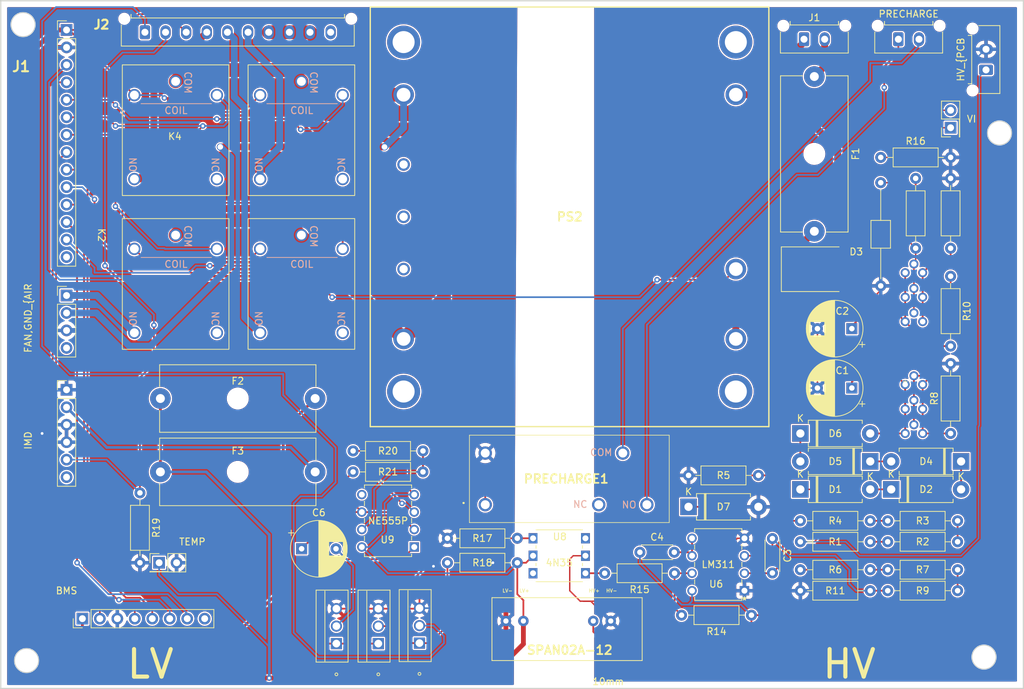
<source format=kicad_pcb>
(kicad_pcb (version 20211014) (generator pcbnew)
  (layers (0 "F.Cu" signal) (31 "B.Cu" signal) (34 "B.Paste" user) (35 "F.Paste" user) (36 "B.SilkS" user "B.Silkscreen") (37 "F.SilkS" user "F.Silkscreen") (38 "B.Mask" user) (39 "F.Mask" user) (44 "Edge.Cuts" user))
  (net 0 "")
  (net 1 "Net-(C6-Pad1)")
  (net 2 "Net-(R20-Pad1)")
  (net 3 "LV_{PACK}+")
  (net 4 "IMD_FAULT")
  (net 5 "GND_AIR")
  (net 6 "Net-(Q1-Pad1)")
  (net 7 "Net-(Q2-Pad1)")
  (net 8 "VI_LED-")
  (net 9 "HV_{PCB}-")
  (net 10 "Net-(R14-Pad2)")
  (net 11 "Net-(R15-Pad2)")
  (net 12 "Net-(C4-Pad1)")
  (net 13 "VI_LED+")
  (net 14 "Net-(R12-Pad1)")
  (net 15 "Net-(C3-Pad1)")
  (net 16 "Net-(C2-Pad1)")
  (net 17 "Net-(R10-Pad2)")
  (net 18 "Net-(R7-Pad2)")
  (net 19 "Net-(R6-Pad2)")
  (net 20 "Net-(C3-Pad2)")
  (net 21 "Net-(R3-Pad2)")
  (net 22 "Net-(R2-Pad2)")
  (net 23 "Net-(R1-Pad2)")
  (net 24 "HV_{PCB}+")
  (net 25 "Net-(D3-Pad1)")
  (net 26 "ON_{COOLING")
  (net 27 "Net-(D3-Pad2)")
  (net 28 "LV_{BATT_FAN}-")
  (net 32 "LV_{COOLING1}")
  (net 37 "Net-(C6-Pad2)")
  (net 38 "TSAL_RED")
  (net 40 "Net-(C1-Pad1)")
  (net 41 "Net-(C4-Pad2)")
  (net 42 "TSAL_GREEN")
  (net 44 "ON_{RAD_FAN}")
  (net 45 "LV_{FAN_R}+")
  (net 47 "LV_{FAN_L}+")
  (net 49 "ON_{BATT_FAN}")
  (net 50 "LV_{BATT_FAN}+")
  (net 52 "ON_{PUMP}")
  (net 53 "LV_{PUMP}+")
  (net 54 "PRECHARGE_DRIVE")
  (net 56 "RELAY_PRECHARGE")
  (net 57 "R_PRECHARGE")
  (net 58 "LV_{IMD}+")
  (net 59 "LV_{BMS}+")
  (net 60 "Net-(F1-Pad1)")
  (net 63 "Net-(D5-Pad2)")
  (net 64 "Net-(D4-Pad2)")
  (net 65 "Net-(D2-Pad2)")
  (net 66 "Net-(D1-Pad2)")
  (net 67 "BMS_FAULT")
  (net 68 "CAN_H_{BMS")
  (net 69 "CAN_L_{BMS")
  (net 70 "CHARGE_POWER")
  (net 71 "CHARGER_SAFETY")
  (footprint "Goolgle_Drive_Library:QHL300300S28" (layer "F.Cu") (at 180.614 79.726 180)
    (fp_text reference "PS2")
    (fp_text value "QHL300300S12" hide)
  )
  (footprint "Fuse:Fuseholder_Cylinder-5x20mm_Schurter_0031_8201_Horizontal_Open" (layer "F.Cu") (at 192.024 41.582 -90)
    (fp_text reference "F1")
    (fp_text value "SMCJ440A" hide)
  )
  (footprint "Goolgle_Drive_Library:LR8N3-G" (layer "F.Cu") (at 205.232 89.916)
    (fp_text reference "U2" hide)
    (fp_text value "LR8" hide)
  )
  (footprint "Diode_THT:D_DO-15_P10.16mm_Horizontal" (layer "F.Cu") (at 189.992 101.6)
    (fp_text reference "D1")
    (fp_text value "1N5349" hide)
  )
  (footprint "Resistor_THT:R_Axial_DIN0207_L6.3mm_D2.5mm_P10.16mm_Horizontal" (layer "F.Cu") (at 212.852 106.172 180)
    (fp_text reference "R3")
    (fp_text value "4.7M" hide)
  )
  (footprint "Connector_PinHeader_2.54mm:PinHeader_1x06_P2.54mm_Vertical" (layer "F.Cu") (at 83.312 87.122)
    (fp_text reference "IMD")
    (fp_text value "Conn_01x06_Male")
  )
  (footprint "Resistor_THT:R_Axial_DIN0207_L6.3mm_D2.5mm_P10.16mm_Horizontal" (layer "F.Cu") (at 189.992 113.284)
    (fp_text reference "R6")
    (fp_text value "4.7M")
  )
  (footprint "Resistor_THT:R_Axial_DIN0207_L6.3mm_D2.5mm_P10.16mm_Horizontal" (layer "F.Cu") (at 206.756 66.548 90)
    (fp_text reference "R13" hide)
    (fp_text value "12k" hide)
  )
  (footprint "Resistor_THT:R_Axial_DIN0207_L6.3mm_D2.5mm_P10.16mm_Horizontal" (layer "F.Cu") (at 201.676 53.34)
    (fp_text reference "R16")
    (fp_text value "1k")
  )
  (footprint "Connector_Molex:Molex_Micro-Fit_3.0_43650-0215_1x02_P3.00mm_Vertical" (layer "F.Cu") (at 190.524 36.161)
    (fp_text reference "J1")
    (fp_text value "Conn_01x02_Male" hide)
  )
  (footprint "Connector_PinHeader_2.54mm:PinHeader_1x08_P2.54mm_Vertical" (layer "F.Cu") (at 85.613 120.396 90)
    (fp_text reference "BMS")
    (fp_text value "Conn_01x08_Male")
  )
  (footprint "Resistor_THT:R_Axial_DIN0207_L6.3mm_D2.5mm_P10.16mm_Horizontal" (layer "F.Cu") (at 211.836 70.612 -90)
    (fp_text reference "R10")
    (fp_text value "4.7k")
  )
  (footprint "Connector_Molex:Molex_Micro-Fit_3.0_43650-0215_1x02_P3.00mm_Vertical" (layer "F.Cu") (at 216.985 40.616 90)
    (fp_text reference "HV_{PCB")
    (fp_text value "HV_{PCB" hide)
  )
  (footprint "Resistor_THT:R_Axial_DIN0207_L6.3mm_D2.5mm_P10.16mm_Horizontal" (layer "F.Cu") (at 182.88 119.888 180)
    (fp_text reference "R14")
    (fp_text value "10k")
  )
  (footprint "Resistor_THT:R_Axial_DIN0207_L6.3mm_D2.5mm_P10.16mm_Horizontal" (layer "F.Cu") (at 171.704 113.792 180)
    (fp_text reference "R15")
    (fp_text value "2k2")
  )
  (footprint "Connector_PinHeader_2.54mm:PinHeader_1x14_P2.54mm_Vertical" (layer "F.Cu") (at 83.312 34.808)
    (fp_text reference "J1")
    (fp_text value "Conn_01x14_Male")
  )
  (footprint "Goolgle_Drive_Library:LR8N3-G" (layer "F.Cu") (at 205.232 73.66)
    (fp_text reference "U5" hide)
    (fp_text value "LR8" hide)
  )
  (footprint "Resistor_THT:R_Axial_DIN0207_L6.3mm_D2.5mm_P10.16mm_Horizontal" (layer "F.Cu") (at 211.836 66.548 90)
    (fp_text reference "R12" hide)
    (fp_text value "18k" hide)
  )
  (footprint "Resistor_THT:R_Axial_DIN0207_L6.3mm_D2.5mm_P10.16mm_Horizontal" (layer "F.Cu") (at 212.852 116.332 180)
    (fp_text reference "R9")
    (fp_text value "4.7M")
  )
  (footprint "Resistor_THT:R_Axial_DIN0207_L6.3mm_D2.5mm_P10.16mm_Horizontal" (layer "F.Cu") (at 211.836 93.472 90)
    (fp_text reference "R8")
    (fp_text value "390k")
  )
  (footprint "Goolgle_Drive_Library:IRF640NPBF" (layer "F.Cu") (at 134.62 123.952 90)
    (fp_text reference "Q1" hide)
    (fp_text value "IRF640" hide)
  )
  (footprint "Diode_THT:D_DO-15_P10.16mm_Horizontal" (layer "F.Cu") (at 200.152 97.536 180)
    (fp_text reference "D5")
    (fp_text value "1N5349" hide)
  )
  (footprint "Resistor_THT:R_Axial_DIN0207_L6.3mm_D2.5mm_P10.16mm_Horizontal" (layer "F.Cu") (at 200.152 116.332 180)
    (fp_text reference "R11")
    (fp_text value "4.7M")
  )
  (footprint "Goolgle_Drive_Library:LR8N3-G" (layer "F.Cu") (at 205.232 77.216)
    (fp_text reference "U4" hide)
    (fp_text value "LR8" hide)
  )
  (footprint "Diode_THT:D_DO-15_P10.16mm_Horizontal" (layer "F.Cu") (at 213.36 97.536 180)
    (fp_text reference "D4")
    (fp_text value "1N5349" hide)
  )
  (footprint "Goolgle_Drive_Library:HR702" (layer "F.Cu") (at 90.8926 39.3572 -90)
    (fp_text reference "K4")
    (fp_text value "LV_BATT_FAN")
  )
  (footprint "Goolgle_Drive_Library:LR8N3-G" (layer "F.Cu") (at 205.232 86.36)
    (fp_text reference "U3" hide)
    (fp_text value "LR8" hide)
  )
  (footprint "Capacitor_THT:CP_Radial_D8.0mm_P5.00mm" (layer "F.Cu") (at 197.474651 78.232 180)
    (fp_text reference "C2")
    (fp_text value "2.2uF" hide)
  )
  (footprint "Capacitor_THT:CP_Radial_D8.0mm_P5.00mm" (layer "F.Cu") (at 197.474651 86.868 180)
    (fp_text reference "C1")
    (fp_text value "2.2uF")
  )
  (footprint "Capacitor_THT:C_Disc_D4.3mm_W1.9mm_P5.00mm" (layer "F.Cu") (at 166.664 110.744)
    (fp_text reference "C4")
    (fp_text value "1uF")
  )
  (footprint "Goolgle_Drive_Library:HR702" (layer "F.Cu") (at 90.8926 61.7092 -90)
    (fp_text reference "K2")
    (fp_text value "FAN_R")
  )
  (footprint "Diode_SMD:D_SMC" (layer "F.Cu") (at 192.024 69.596)
    (fp_text reference "D3")
    (fp_text value "TVS")
  )
  (footprint "Capacitor_THT:CP_Radial_D8.0mm_P5.00mm" (layer "F.Cu") (at 117.485349 110.236)
    (fp_text reference "C6")
    (fp_text value "1uF")
  )
  (footprint "Goolgle_Drive_Library:NE555P" (layer "F.Cu") (at 133.858 109.982 180)
    (fp_text reference "U9")
    (fp_text value "NE555P")
  )
  (footprint "Connector_Molex:Molex_Micro-Fit_3.0_43650-1015_1x10_P3.00mm_Vertical" (layer "F.Cu") (at 94.704 35.145)
    (fp_text reference "J2")
    (fp_text value "Conn_01x10_Male")
  )
  (footprint "Resistor_THT:R_Axial_DIN0207_L6.3mm_D2.5mm_P10.16mm_Horizontal" (layer "F.Cu") (at 148.844 112.268 180)
    (fp_text reference "R18")
    (fp_text value "10k")
  )
  (footprint "Goolgle_Drive_Library:HR702" (layer "F.Cu") (at 109.1806 39.3572 -90)
    (fp_text reference "K1" hide)
    (fp_text value "PUMP")
  )
  (footprint "Resistor_THT:R_Axial_DIN0207_L6.3mm_D2.5mm_P10.16mm_Horizontal" (layer "F.Cu") (at 200.152 106.172 180)
    (fp_text reference "R4")
    (fp_text value "4.7M" hide)
  )
  (footprint "Connector_PinHeader_2.54mm:PinHeader_1x04_P2.54mm_Vertical" (layer "F.Cu") (at 83.312 73.416)
    (fp_text reference "FAN,GND_{AIR")
    (fp_text value "Conn_01x04_Male")
  )
  (footprint "Goolgle_Drive_Library:G2RL112DC" (layer "F.Cu") (at 144.181 103.826)
    (fp_text reference "PRECHARGE1")
    (fp_text value "G2RL-1_12DC" hide)
  )
  (footprint "Goolgle_Drive_Library:4N35" (layer "F.Cu") (at 158.75 113.792 180)
    (fp_text reference "U8")
    (fp_text value "4N35")
  )
  (footprint "Fuse:Fuseholder_Cylinder-5x20mm_Schurter_0031_8201_Horizontal_Open" (layer "F.Cu") (at 96.954 99.06)
    (fp_text reference "F3")
    (fp_text value "3A Fuse")
  )
  (footprint "Goolgle_Drive_Library:SPAN02A12" (layer "F.Cu") (at 145.1036 122.2502)
    (fp_text reference "PS1" hide)
    (fp_text value "SPAN02A-12")
  )
  (footprint "Capacitor_THT:C_Axial_L3.8mm_D2.6mm_P15.00mm_Horizontal" (layer "F.Cu") (at 201.676 57.016 -90)
    (fp_text reference "C5" hide)
    (fp_text value "1uF" hide)
  )
  (footprint "Diode_THT:D_DO-15_P10.16mm_Horizontal" (layer "F.Cu") (at 189.992 93.472)
    (fp_text reference "D6")
    (fp_text value "1N5349" hide)
  )
  (footprint "Resistor_THT:R_Axial_DIN0207_L6.3mm_D2.5mm_P10.16mm_Horizontal" (layer "F.Cu") (at 202.692 113.284)
    (fp_text reference "R7")
    (fp_text value "4.7M")
  )
  (footprint "Goolgle_Drive_Library:IRF640NPBF" (layer "F.Cu") (at 122.5423 124.0234 90)
    (fp_text reference "Q3" hide)
    (fp_text value "IRF640" hide)
  )
  (footprint "Resistor_THT:R_Axial_DIN0207_L6.3mm_D2.5mm_P10.16mm_Horizontal" (layer "F.Cu") (at 189.992 109.22)
    (fp_text reference "R1")
    (fp_text value "4.7M")
  )
  (footprint "Resistor_THT:R_Axial_DIN0207_L6.3mm_D2.5mm_P10.16mm_Horizontal" (layer "F.Cu") (at 202.692 109.22)
    (fp_text reference "R2")
    (fp_text value "4.7M")
  )
  (footprint "Resistor_THT:R_Axial_DIN0207_L6.3mm_D2.5mm_P10.16mm_Horizontal" (layer "F.Cu") (at 124.968 99.06)
    (fp_text reference "R21")
    (fp_text value "240k")
  )
  (footprint "Resistor_THT:R_Axial_DIN0207_L6.3mm_D2.5mm_P10.16mm_Horizontal" (layer "F.Cu") (at 183.896 99.568 180)
    (fp_text reference "R5")
    (fp_text value "1M")
  )
  (footprint "Resistor_THT:R_Axial_DIN0207_L6.3mm_D2.5mm_P10.16mm_Horizontal" (layer "F.Cu") (at 93.98 102.108 -90)
    (fp_text reference "R19")
    (fp_text value "2k2")
  )
  (footprint "Goolgle_Drive_Library:HR702" (layer "F.Cu") (at 109.1806 61.7092 -90)
    (fp_text reference "K3" hide)
    (fp_text value "FAN_L")
  )
  (footprint "Goolgle_Drive_Library:IRF640NPBF" (layer "F.Cu") (at 128.6383 124.0234 90)
    (fp_text reference "Q2" hide)
    (fp_text value "IRF640" hide)
  )
  (footprint "Connector_PinHeader_2.54mm:PinHeader_2x01_P2.54mm_Vertical" (layer "F.Cu") (at 211.836 49.027 90)
    (fp_text reference "VI1" hide)
    (fp_text value "Conn_01x02_Male" hide)
  )
  (footprint "Diode_THT:D_DO-15_P10.16mm_Horizontal" (layer "F.Cu") (at 173.736 104.14)
    (fp_text reference "D7")
    (fp_text value "1N5349")
  )
  (footprint "Diode_THT:D_DO-15_P10.16mm_Horizontal" (layer "F.Cu") (at 203.2 101.6)
    (fp_text reference "D2")
    (fp_text value "1N5349" hide)
  )
  (footprint "Connector_PinHeader_2.54mm:PinHeader_2x01_P2.54mm_Vertical" (layer "F.Cu") (at 96.769 112.268)
    (fp_text reference "TEMP")
    (fp_text value "Conn_01x02_Male")
  )
  (footprint "Connector_Molex:Molex_Micro-Fit_3.0_43650-0215_1x02_P3.00mm_Vertical" (layer "F.Cu") (at 204.24 36.161)
    (fp_text reference "PRECHARGE")
    (fp_text value "Conn_01x02_Male" hide)
  )
  (footprint "Goolgle_Drive_Library:LM311P" (layer "F.Cu") (at 181.864 116.332 180)
    (fp_text reference "U6")
    (fp_text value "LM311")
  )
  (footprint "Goolgle_Drive_Library:LR8N3-G" (layer "F.Cu") (at 205.232 93.472)
    (fp_text reference "U1" hide)
    (fp_text value "LR8" hide)
  )
  (footprint "Goolgle_Drive_Library:LR8N3-G" (layer "F.Cu") (at 205.232 70.104)
    (fp_text reference "U7" hide)
    (fp_text value "LR8" hide)
  )
  (footprint "Capacitor_THT:C_Disc_D4.3mm_W1.9mm_P5.00mm" (layer "F.Cu") (at 185.928 108.752 -90)
    (fp_text reference "C3")
    (fp_text value "1nF")
  )
  (footprint "Resistor_THT:R_Axial_DIN0207_L6.3mm_D2.5mm_P10.16mm_Horizontal" (layer "F.Cu") (at 135.128 96.012 180)
    (fp_text reference "R20")
    (fp_text value "240k")
  )
  (footprint "Resistor_THT:R_Axial_DIN0207_L6.3mm_D2.5mm_P10.16mm_Horizontal" (layer "F.Cu") (at 138.684 108.712)
    (fp_text reference "R17")
    (fp_text value "100k")
  )
  (footprint "Fuse:Fuseholder_Cylinder-5x20mm_Schurter_0031_8201_Horizontal_Open" (layer "F.Cu") (at 96.954 88.392)
    (fp_text reference "F2")
    (fp_text value "1A Fuse")
  )
  (gr_circle (center 76.99 34.036) (end 78.74 34.036) (layer "Edge.Cuts") (width 0.15) (fill none))
  (gr_circle (center 218.948 49.784) (end 220.698 49.784) (layer "Edge.Cuts") (width 0.15) (fill none))
  (gr_rect (start 73.736 30.556) (end 222.428 130.556) (layer "Edge.Cuts") (width 0.2) (fill none))
  (gr_circle (center 216.69 125.984) (end 218.44 125.984) (layer "Edge.Cuts") (width 0.15) (fill none))
  (gr_circle (center 77.498 126.492) (end 79.248 126.492) (layer "Edge.Cuts") (width 0.15) (fill none))
  (gr_text "LV" (at 95.504 127) (layer "F.SilkS") (effects (font (size 4 4) (thickness 0.6))))
  (gr_text "HV" (at 197.104 127) (layer "F.SilkS") (effects (font (size 4 4) (thickness 0.6))))
  (gr_text "10mm" (at 162.052 129.54) (layer "F.SilkS") (effects (font (size 1 1))))
  (segment (start 122.819349 104.902) (end 126.238 104.902) (width 0.25) (layer "F.Cu") (net 1))
  (segment (start 123.952 100.076) (end 123.952 102.616) (width 0.25) (layer "F.Cu") (net 1))
  (segment (start 126.238 104.902) (end 131.318 104.902) (width 0.25) (layer "F.Cu") (net 1))
  (segment (start 124.968 99.06) (end 123.952 100.076) (width 0.25) (layer "F.Cu") (net 1))
  (segment (start 123.952 102.616) (end 126.238 104.902) (width 0.25) (layer "F.Cu") (net 1))
  (segment (start 131.318 104.902) (end 133.858 107.442) (width 0.25) (layer "F.Cu") (net 1))
  (segment (start 117.485349 110.236) (end 122.819349 104.902) (width 0.25) (layer "F.Cu") (net 1))
  (segment (start 135.128 96.012) (end 135.128 99.06) (width 0.25) (layer "F.Cu") (net 2))
  (segment (start 128.016 101.6) (end 130.556 99.06) (width 0.25) (layer "B.Cu") (net 2))
  (segment (start 126.238 107.442) (end 128.016 105.664) (width 0.25) (layer "B.Cu") (net 2))
  (segment (start 128.016 105.664) (end 128.016 101.6) (width 0.25) (layer "B.Cu") (net 2))
  (segment (start 130.556 99.06) (end 135.128 99.06) (width 0.25) (layer "B.Cu") (net 2))
  (segment (start 112.776 129.032) (end 85.344 129.032) (width 0.7) (layer "F.Cu") (net 3))
  (segment (start 96.954 88.392) (end 96.954 99.06) (width 0.4) (layer "F.Cu") (net 3))
  (segment (start 111.4554 66.6368) (end 110.0202 68.072) (width 0.25) (layer "F.Cu") (net 3))
  (segment (start 100.704 35.145) (end 100.677 35.145) (width 0.25) (layer "F.Cu") (net 3))
  (segment (start 132.588 96.012) (end 133.096 96.52) (width 0.25) (layer "F.Cu") (net 3))
  (segment (start 94.488 67.9574) (end 93.1674 66.6368) (width 0.25) (layer "F.Cu") (net 3))
  (segment (start 98.044 45.72) (end 98.044 44.704) (width 0.25) (layer "F.Cu") (net 3))
  (segment (start 93.804679 32.512) (end 91.508679 34.808) (width 0.25) (layer "F.Cu") (net 3))
  (segment (start 148.844 112.268) (end 150.114 112.268) (width 0.25) (layer "F.Cu") (net 3))
  (segment (start 98.044 32.512) (end 93.804679 32.512) (width 0.25) (layer "F.Cu") (net 3))
  (segment (start 110.0202 68.072) (end 94.488 68.072) (width 0.25) (layer "F.Cu") (net 3))
  (segment (start 149.7264 120.736) (end 149.7264 124.0856) (width 0.7) (layer "F.Cu") (net 3))
  (segment (start 81.524 34.808) (end 83.312 34.808) (width 0.7) (layer "F.Cu") (net 3))
  (segment (start 109.0042 46.736) (end 99.06 46.736) (width 0.25) (layer "F.Cu") (net 3))
  (segment (start 78.74 122.428) (end 78.74 37.592) (width 0.7) (layer "F.Cu") (net 3))
  (segment (start 111.4554 44.2848) (end 109.0042 46.736) (width 0.25) (layer "F.Cu") (net 3))
  (segment (start 100.677 35.145) (end 98.044 32.512) (width 0.25) (layer "F.Cu") (net 3))
  (segment (start 149.7264 120.736) (end 149.7264 117.7224) (width 0.25) (layer "F.Cu") (net 3))
  (segment (start 91.44 64.9094) (end 93.1674 66.6368) (width 0.25) (layer "F.Cu") (net 3))
  (segment (start 85.344 129.032) (end 78.74 122.428) (width 0.7) (layer "F.Cu") (net 3))
  (segment (start 93.1674 44.2848) (end 91.44 46.0122) (width 0.25) (layer "F.Cu") (net 3))
  (segment (start 83.6906 34.808) (end 93.1674 44.2848) (width 0.25) (layer "F.Cu") (net 3))
  (segment (start 133.096 101.6) (end 133.858 102.362) (width 0.25) (layer "F.Cu") (net 3))
  (segment (start 94.488 68.072) (end 94.488 67.9574) (width 0.25) (layer "F.Cu") (net 3))
  (segment (start 149.7264 124.0856) (end 144.78 129.032) (width 0.7) (layer "F.Cu") (net 3))
  (segment (start 149.7264 117.7224) (end 148.844 116.84) (width 0.25) (layer "F.Cu") (net 3))
  (segment (start 91.508679 34.808) (end 83.312 34.808) (width 0.25) (layer "F.Cu") (net 3))
  (segment (start 83.312 34.808) (end 83.6906 34.808) (width 0.25) (layer "F.Cu") (net 3))
  (segment (start 124.968 96.012) (end 132.588 96.012) (width 0.25) (layer "F.Cu") (net 3))
  (segment (start 148.844 116.84) (end 148.844 112.268) (width 0.25) (layer "F.Cu") (net 3))
  (segment (start 144.78 129.032) (end 112.776 129.032) (width 0.7) (layer "F.Cu") (net 3))
  (segment (start 91.44 46.0122) (end 91.44 64.9094) (width 0.25) (layer "F.Cu") (net 3))
  (segment (start 78.74 37.592) (end 81.524 34.808) (width 0.7) (layer "F.Cu") (net 3))
  (segment (start 133.096 96.52) (end 133.096 101.6) (width 0.25) (layer "F.Cu") (net 3))
  (segment (start 150.114 112.268) (end 151.13 111.252) (width 0.25) (layer "F.Cu") (net 3))
  (segment (start 99.06 46.736) (end 98.044 45.72) (width 0.25) (layer "F.Cu") (net 3))
  (segment (start 98.044 44.704) (end 97.536 44.704) (width 0.25) (layer "F.Cu") (net 3))
  (via (at 97.536 44.704) (size 0.8) (drill 0.4) (layers "F.Cu" "B.Cu") (net 3))
  (via (at 112.776 129.032) (size 0.8) (drill 0.4) (layers "F.Cu" "B.Cu") (net 3))
  (segment (start 129.54 107.696) (end 127.254 109.982) (width 0.25) (layer "B.Cu") (net 3))
  (segment (start 97.536 44.704) (end 97.1168 44.2848) (width 0.25) (layer "B.Cu") (net 3))
  (segment (start 127.254 109.982) (end 126.238 109.982) (width 0.25) (layer "B.Cu") (net 3))
  (segment (start 99.568 116.84) (end 105.156 116.84) (width 0.25) (layer "B.Cu") (net 3))
  (segment (start 126.238 109.982) (end 130.048 113.792) (width 0.25) (layer "B.Cu") (net 3))
  (segment (start 133.858 102.362) (end 130.81 102.362) (width 0.25) (layer "B.Cu") (net 3))
  (segment (start 103.632 99.06) (end 112.776 108.204) (width 0.4) (layer "B.Cu") (net 3))
  (segment (start 129.54 103.632) (end 129.54 107.696) (width 0.25) (layer "B.Cu") (net 3))
  (segment (start 96.954 99.06) (end 103.632 99.06) (width 0.4) (layer "B.Cu") (net 3))
  (segment (start 130.81 102.362) (end 129.54 103.632) (width 0.25) (layer "B.Cu") (net 3))
  (segment (start 96.769 112.268) (end 96.769 114.041) (width 0.25) (layer "B.Cu") (net 3))
  (segment (start 130.048 113.792) (end 147.32 113.792) (width 0.25) (layer "B.Cu") (net 3))
  (segment (start 147.32 113.792) (end 148.844 112.268) (width 0.25) (layer "B.Cu") (net 3))
  (segment (start 97.1168 44.2848) (end 93.1674 44.2848) (width 0.25) (layer "B.Cu") (net 3))
  (segment (start 105.156 116.84) (end 112.776 124.46) (width 0.25) (layer "B.Cu") (net 3))
  (segment (start 96.769 114.041) (end 99.568 116.84) (width 0.25) (layer "B.Cu") (net 3))
  (segment (start 112.776 124.46) (end 112.776 129.032) (width 0.25) (layer "B.Cu") (net 3))
  (segment (start 112.776 108.204) (end 112.776 129.032) (width 0.4) (layer "B.Cu") (net 3))
  (segment (start 93.98 85.344) (end 93.98 102.108) (width 0.25) (layer "F.Cu") (net 4))
  (segment (start 96.012 77.724) (end 96.012 83.312) (width 0.25) (layer "F.Cu") (net 4))
  (segment (start 96.012 83.312) (end 93.98 85.344) (width 0.25) (layer "F.Cu") (net 4))
  (via (at 96.012 77.724) (size 0.8) (drill 0.4) (layers "F.Cu" "B.Cu") (net 4))
  (segment (start 82.296 71.12) (end 87.376 71.12) (width 0.25) (layer "B.Cu") (net 4))
  (segment (start 80.772 69.596) (end 81.788 70.612) (width 0.25) (layer "B.Cu") (net 4))
  (segment (start 83.312 97.282) (end 89.154 97.282) (width 0.25) (layer "B.Cu") (net 4))
  (segment (start 89.154 97.282) (end 93.98 102.108) (width 0.25) (layer "B.Cu") (net 4))
  (segment (start 87.376 71.12) (end 90.932 71.12) (width 0.25) (layer "B.Cu") (net 4))
  (segment (start 83.312 39.888) (end 80.772 42.428) (width 0.25) (layer "B.Cu") (net 4))
  (segment (start 81.788 70.612) (end 82.296 71.12) (width 0.25) (layer "B.Cu") (net 4))
  (segment (start 80.772 42.672) (end 80.772 69.596) (width 0.25) (layer "B.Cu") (net 4))
  (segment (start 96.012 76.2) (end 96.012 77.724) (width 0.25) (layer "B.Cu") (net 4))
  (segment (start 90.932 71.12) (end 96.012 76.2) (width 0.25) (layer "B.Cu") (net 4))
  (segment (start 80.772 42.428) (end 80.772 42.672) (width 0.25) (layer "B.Cu") (net 4))
  (segment (start 79.756 121.92) (end 85.852 128.016) (width 0.7) (layer "F.Cu") (net 5))
  (segment (start 79.756 93.472) (end 79.756 121.92) (width 0.7) (layer "F.Cu") (net 5))
  (segment (start 134.62 114.816598) (end 134.62 118.872) (width 0.25) (layer "F.Cu") (net 5))
  (segment (start 128.6383 118.9434) (end 134.5486 118.9434) (width 0.25) (layer "F.Cu") (net 5))
  (segment (start 79.756 39.116) (end 81.524 37.348) (width 0.7) (layer "F.Cu") (net 5))
  (segment (start 134.5486 118.9434) (end 134.62 118.872) (width 0.25) (layer "F.Cu") (net 5))
  (segment (start 147.1864 125.1016) (end 147.1864 120.736) (width 0.7) (layer "F.Cu") (net 5))
  (segment (start 144.272 128.016) (end 147.1864 125.1016) (width 0.7) (layer "F.Cu") (net 5))
  (segment (start 147.1864 114.1664) (end 147.1864 120.736) (width 0.7) (layer "F.Cu") (net 5))
  (segment (start 145.288 112.268) (end 147.1864 114.1664) (width 0.7) (layer "F.Cu") (net 5))
  (segment (start 85.852 128.016) (end 144.272 128.016) (width 0.7) (layer "F.Cu") (net 5))
  (segment (start 136.656299 112.780299) (end 134.62 114.816598) (width 0.25) (layer "F.Cu") (net 5))
  (segment (start 128.6383 118.9434) (end 122.5423 118.9434) (width 0.25) (layer "F.Cu") (net 5))
  (segment (start 79.756 93.472) (end 79.756 39.116) (width 0.7) (layer "F.Cu") (net 5))
  (segment (start 81.524 37.348) (end 83.312 37.348) (width 0.7) (layer "F.Cu") (net 5))
  (via (at 145.288 112.268) (size 0.8) (drill 0.4) (layers "F.Cu" "B.Cu") (net 5))
  (via (at 136.656299 112.780299) (size 0.8) (drill 0.4) (layers "F.Cu" "B.Cu") (net 5))
  (via (at 79.756 93.472) (size 0.8) (drill 0.4) (layers "F.Cu" "B.Cu") (net 5))
  (segment (start 141.224 99.568) (end 141.224 99.283) (width 0.7) (layer "B.Cu") (net 5))
  (segment (start 83.312 87.122) (end 81.534 87.122) (width 0.25) (layer "B.Cu") (net 5))
  (segment (start 135.128 93.472) (end 141.224 99.568) (width 0.7) (layer "B.Cu") (net 5))
  (segment (start 81.534 87.122) (end 79.756 88.9) (width 0.25) (layer "B.Cu") (net 5))
  (segment (start 141.224 108.204) (end 145.288 112.268) (width 0.7) (layer "B.Cu") (net 5))
  (segment (start 98.552 110.236) (end 99.309 110.993) (width 0.25) (layer "B.Cu") (net 5))
  (segment (start 79.756 88.9) (end 79.756 93.472) (width 0.25) (layer "B.Cu") (net 5))
  (segment (start 129.032 93.472) (end 134.1783 93.472) (width 0.7) (layer "B.Cu") (net 5))
  (segment (start 81.026 92.202) (end 83.312 92.202) (width 0.25) (layer "B.Cu") (net 5))
  (segment (start 83.312 120.396) (end 83.312 111.252) (width 0.25) (layer "B.Cu") (net 5))
  (segment (start 118.364 82.804) (end 129.032 93.472) (width 0.7) (layer "B.Cu") (net 5))
  (segment (start 99.309 110.993) (end 99.309 112.268) (width 0.25) (layer "B.Cu") (net 5))
  (segment (start 85.852 122.936) (end 83.312 120.396) (width 0.25) (layer "B.Cu") (net 5))
  (segment (start 83.312 78.496) (end 87.132 78.496) (width 0.7) (layer "B.Cu") (net 5))
  (segment (start 89.916 122.936) (end 85.852 122.936) (width 0.25) (layer "B.Cu") (net 5))
  (segment (start 145.3224 118.872) (end 147.1864 120.736) (width 0.25) (layer "B.Cu") (net 5))
  (segment (start 83.312 111.252) (end 85.598 108.966) (width 0.25) (layer "B.Cu") (net 5))
  (segment (start 136.652 112.776) (end 136.656299 112.780299) (width 0.25) (layer "B.Cu") (net 5))
  (segment (start 137.16 110.236) (end 136.652 110.744) (width 0.25) (layer "B.Cu") (net 5))
  (segment (start 141.224 99.283) (end 144.181 96.326) (width 0.7) (layer "B.Cu") (net 5))
  (segment (start 91.44 82.804) (end 118.364 82.804) (width 0.7) (layer "B.Cu") (net 5))
  (segment (start 134.1783 93.472) (end 135.128 93.472) (width 0.7) (layer "B.Cu") (net 5))
  (segment (start 136.652 110.744) (end 136.652 112.776) (width 0.25) (layer "B.Cu") (net 5))
  (segment (start 79.756 103.124) (end 79.756 93.472) (width 0.25) (layer "B.Cu") (net 5))
  (segment (start 141.224 99.568) (end 141.224 108.204) (width 0.7) (layer "B.Cu") (net 5))
  (segment (start 93.98 112.268) (end 93.98 110.236) (width 0.25) (layer "B.Cu") (net 5))
  (segment (start 81.026 94.742) (end 79.756 93.472) (width 0.25) (layer "B.Cu") (net 5))
  (segment (start 93.98 112.268) (end 88.9 112.268) (width 0.25) (layer "B.Cu") (net 5))
  (segment (start 138.684 108.712) (end 137.16 110.236) (width 0.25) (layer "B.Cu") (net 5))
  (segment (start 79.756 93.472) (end 81.026 92.202) (width 0.25) (layer "B.Cu") (net 5))
  (segment (start 85.598 108.966) (end 79.756 103.124) (width 0.25) (layer "B.Cu") (net 5))
  (segment (start 93.98 110.236) (end 98.552 110.236) (width 0.25) (layer "B.Cu") (net 5))
  (segment (start 88.9 112.268) (end 85.598 108.966) (width 0.25) (layer "B.Cu") (net 5))
  (segment (start 134.62 118.872) (end 145.3224 118.872) (width 0.25) (layer "B.Cu") (net 5))
  (segment (start 83.312 94.742) (end 81.026 94.742) (width 0.25) (layer "B.Cu") (net 5))
  (segment (start 90.693 120.396) (end 90.693 122.159) (width 0.25) (layer "B.Cu") (net 5))
  (segment (start 90.693 122.159) (end 89.916 122.936) (width 0.25) (layer "B.Cu") (net 5))
  (segment (start 87.132 78.496) (end 91.44 82.804) (width 0.7) (layer "B.Cu") (net 5))
  (segment (start 138.684 112.268) (end 138.684 121.412) (width 0.25) (layer "F.Cu") (net 6))
  (segment (start 133.604 123.952) (end 131.1354 121.4834) (width 0.25) (layer "F.Cu") (net 6))
  (segment (start 131.1354 121.4834) (end 128.6383 121.4834) (width 0.25) (layer "F.Cu") (net 6))
  (segment (start 136.144 123.952) (end 134.62 123.952) (width 0.25) (layer "F.Cu") (net 6))
  (segment (start 134.62 123.952) (end 133.604 123.952) (width 0.25) (layer "F.Cu") (net 6))
  (segment (start 138.684 121.412) (end 136.144 123.952) (width 0.25) (layer "F.Cu") (net 6))
  (segment (start 148.844 108.712) (end 143.764 108.712) (width 0.25) (layer "F.Cu") (net 7))
  (segment (start 137.668 110.744) (end 132.08 116.332) (width 0.25) (layer "F.Cu") (net 7))
  (segment (start 141.732 110.744) (end 137.668 110.744) (width 0.25) (layer "F.Cu") (net 7))
  (segment (start 143.764 108.712) (end 141.732 110.744) (width 0.25) (layer "F.Cu") (net 7))
  (segment (start 119.888 122.428) (end 121.4834 124.0234) (width 0.25) (layer "F.Cu") (net 7))
  (segment (start 121.412 116.332) (end 119.888 117.856) (width 0.25) (layer "F.Cu") (net 7))
  (segment (start 128.6383 124.0234) (end 122.5423 124.0234) (width 0.25) (layer "F.Cu") (net 7))
  (segment (start 121.4834 124.0234) (end 122.5423 124.0234) (width 0.25) (layer "F.Cu") (net 7))
  (segment (start 148.844 108.712) (end 151.13 108.712) (width 0.25) (layer "F.Cu") (net 7))
  (segment (start 132.08 116.332) (end 121.412 116.332) (width 0.25) (layer "F.Cu") (net 7))
  (segment (start 119.888 117.856) (end 119.888 122.428) (width 0.25) (layer "F.Cu") (net 7))
  (segment (start 209.296 47.752) (end 209.296 52.324) (width 0.2) (layer "F.Cu") (net 8))
  (segment (start 211.836 46.487) (end 210.561 46.487) (width 0.2) (layer "F.Cu") (net 8))
  (segment (start 209.296 52.324) (end 208.28 53.34) (width 0.2) (layer "F.Cu") (net 8))
  (segment (start 210.561 46.487) (end 209.296 47.752) (width 0.2) (layer "F.Cu") (net 8))
  (segment (start 208.28 53.34) (end 201.676 53.34) (width 0.2) (layer "F.Cu") (net 8))
  (segment (start 159.512 117.856) (end 158.496 117.856) (width 0.2) (layer "F.Cu") (net 9))
  (segment (start 170.688 120.904) (end 171.704 121.92) (width 0.2) (layer "F.Cu") (net 9))
  (segment (start 156.464 116.332) (end 157.988 117.856) (width 0.2) (layer "F.Cu") (net 9))
  (segment (start 156.464 111.76) (end 156.464 116.332) (width 0.2) (layer "F.Cu") (net 9))
  (segment (start 162.4264 120.7704) (end 159.512 117.856) (width 0.2) (layer "F.Cu") (net 9))
  (segment (start 179.832 115.316) (end 180.848 116.332) (width 0.2) (layer "F.Cu") (net 9))
  (segment (start 183.896 105.664) (end 183.896 104.14) (width 0.2) (layer "F.Cu") (net 9))
  (segment (start 158.75 111.252) (end 156.972 111.252) (width 0.2) (layer "F.Cu") (net 9))
  (segment (start 200.66 73.66) (end 201.676 72.644) (width 0.2) (layer "F.Cu") (net 9))
  (segment (start 172.72 106.68) (end 182.88 106.68) (width 0.2) (layer "F.Cu") (net 9))
  (segment (start 171.704 105.664) (end 172.72 106.68) (width 0.2) (layer "F.Cu") (net 9))
  (segment (start 192.474651 78.232) (end 192.474651 86.868) (width 0.2) (layer "F.Cu") (net 9))
  (segment (start 157.988 117.856) (end 158.496 117.856) (width 0.2) (layer "F.Cu") (net 9))
  (segment (start 158.496 117.856) (end 170.18 117.856) (width 0.2) (layer "F.Cu") (net 9))
  (segment (start 182.88 106.68) (end 183.896 105.664) (width 0.2) (layer "F.Cu") (net 9))
  (segment (start 179.832 109.728) (end 179.832 115.316) (width 0.2) (layer "F.Cu") (net 9))
  (segment (start 180.848 116.332) (end 181.864 116.332) (width 0.2) (layer "F.Cu") (net 9))
  (segment (start 156.972 111.252) (end 156.464 111.76) (width 0.2) (layer "F.Cu") (net 9))
  (segment (start 172.212 99.568) (end 171.704 100.076) (width 0.2) (layer "F.Cu") (net 9))
  (segment (start 181.864 108.712) (end 180.848 108.712) (width 0.2) (layer "F.Cu") (net 9))
  (segment (start 173.736 99.568) (end 172.212 99.568) (width 0.2) (layer "F.Cu") (net 9))
  (segment (start 171.704 100.076) (end 171.704 105.664) (width 0.2) (layer "F.Cu") (net 9))
  (segment (start 170.18 117.856) (end 170.688 118.364) (width 0.2) (layer "F.Cu") (net 9))
  (segment (start 211.836 53.34) (end 211.836 56.388) (width 0.2) (layer "F.Cu") (net 9))
  (segment (start 182.88 106.68) (end 182.88 107.696) (width 0.2) (layer "F.Cu") (net 9))
  (segment (start 171.704 121.92) (end 175.26 121.92) (width 0.2) (layer "F.Cu") (net 9))
  (segment (start 182.88 107.696) (end 181.864 108.712) (width 0.2) (layer "F.Cu") (net 9))
  (segment (start 181.864 116.332) (end 189.992 116.332) (width 0.2) (layer "F.Cu") (net 9))
  (segment (start 201.676 72.644) (end 201.676 72.016) (width 0.2) (layer "F.Cu") (net 9))
  (segment (start 162.4264 120.736) (end 162.4264 120.7704) (width 0.2) (layer "F.Cu") (net 9))
  (segment (start 180.848 108.712) (end 179.832 109.728) (width 0.2) (layer "F.Cu") (net 9))
  (segment (start 170.688 119.888) (end 170.688 120.904) (width 0.2) (layer "F.Cu") (net 9))
  (segment (start 175.26 121.92) (end 180.848 116.332) (width 0.2) (layer "F.Cu") (net 9))
  (segment (start 197.046651 73.66) (end 200.66 73.66) (width 0.2) (layer "F.Cu") (net 9))
  (segment (start 170.688 118.364) (end 170.688 119.888) (width 0.2) (layer "F.Cu") (net 9))
  (segment (start 192.474651 78.232) (end 197.046651 73.66) (width 0.2) (layer "F.Cu") (net 9))
  (segment (start 209.296 45.212) (end 216.892 37.616) (width 0.2) (layer "B.Cu") (net 9))
  (segment (start 175.26 96.012) (end 184.912 96.012) (width 0.2) (layer "B.Cu") (net 9))
  (segment (start 211.836 56.388) (end 211.836 60.96) (width 0.2) (layer "B.Cu") (net 9))
  (segment (start 201.676 66.04) (end 201.676 72.016) (width 0.2) (layer "B.Cu") (net 9))
  (segment (start 201.676 72.016) (end 201.676 77.216) (width 0.2) (layer "B.Cu") (net 9))
  (segment (start 203.708 64.008) (end 201.676 66.04) (width 0.2) (layer "B.Cu") (net 9))
  (segment (start 184.912 96.012) (end 185.928 94.996) (width 0.2) (layer "B.Cu") (net 9))
  (segment (start 206.248 45.212) (end 209.296 45.212) (width 0.2) (layer "B.Cu") (net 9))
  (segment (start 185.928 104.14) (end 183.896 104.14) (width 0.2) (layer "B.Cu") (net 9))
  (segment (start 190.5 81.28) (end 194.056 81.28) (width 0.2) (layer "B.Cu") (net 9))
  (segment (start 173.736 97.536) (end 175.26 96.012) (width 0.2) (layer "B.Cu") (net 9))
  (segment (start 201.676 77.216) (end 207.772 83.312) (width 0.2) (layer "B.Cu") (net 9))
  (segment (start 208.788 64.008) (end 203.708 64.008) (width 0.2) (layer "B.Cu") (net 9))
  (segment (start 185.928 94.996) (end 185.928 85.852) (width 0.2) (layer "B.Cu") (net 9))
  (segment (start 211.836 60.96) (end 208.788 64.008) (width 0.2) (layer "B.Cu") (net 9))
  (segment (start 199.644 70.612) (end 199.644 51.816) (width 0.2) (layer "B.Cu") (net 9))
  (segment (start 194.564 80.772) (end 194.564 74.676) (width 0.2) (layer "B.Cu") (net 9))
  (segment (start 187.452 89.408) (end 187.452 102.616) (width 0.2) (layer "B.Cu") (net 9))
  (segment (start 194.564 74.676) (end 197.612 71.628) (width 0.2) (layer "B.Cu") (net 9))
  (segment (start 185.928 85.852) (end 190.5 81.28) (width 0.2) (layer "B.Cu") (net 9))
  (segment (start 197.612 71.628) (end 198.628 71.628) (width 0.2) (layer "B.Cu") (net 9))
  (segment (start 189.992 86.868) (end 187.452 89.408) (width 0.2) (layer "B.Cu") (net 9))
  (segment (start 198.628 71.628) (end 199.644 70.612) (width 0.2) (layer "B.Cu") (net 9))
  (segment (start 194.056 81.28) (end 194.564 80.772) (width 0.2) (layer "B.Cu") (net 9))
  (segment (start 187.452 102.616) (end 185.928 104.14) (width 0.2) (layer "B.Cu") (net 9))
  (segment (start 216.892 37.616) (end 216.985 37.616) (width 0.2) (layer "B.Cu") (net 9))
  (segment (start 207.772 83.312) (end 211.836 83.312) (width 0.2) (layer "B.Cu") (net 9))
  (segment (start 199.644 51.816) (end 206.248 45.212) (width 0.2) (layer "B.Cu") (net 9))
  (segment (start 173.736 99.568) (end 173.736 97.536) (width 0.2) (layer "B.Cu") (net 9))
  (segment (start 192.474651 86.868) (end 189.992 86.868) (width 0.2) (layer "B.Cu") (net 9))
  (segment (start 171.704 113.792) (end 174.244 113.792) (width 0.25) (layer "F.Cu") (net 10))
  (segment (start 171.704 113.792) (end 171.704 118.872) (width 0.25) (layer "F.Cu") (net 10))
  (segment (start 171.704 118.872) (end 172.72 119.888) (width 0.25) (layer "F.Cu") (net 10))
  (segment (start 158.75 113.792) (end 161.544 113.792) (width 0.25) (layer "F.Cu") (net 11))
  (segment (start 189.992 113.284) (end 192.024 113.284) (width 0.25) (layer "F.Cu") (net 12))
  (segment (start 191.516 119.888) (end 182.88 119.888) (width 0.25) (layer "F.Cu") (net 12))
  (segment (start 182.88 122.428) (end 182.88 119.888) (width 0.25) (layer "F.Cu") (net 12))
  (segment (start 161.036 123.444) (end 181.864 123.444) (width 0.25) (layer "F.Cu") (net 12))
  (segment (start 159.8864 120.736) (end 159.8864 122.2944) (width 0.25) (layer "F.Cu") (net 12))
  (segment (start 193.04 118.364) (end 191.516 119.888) (width 0.25) (layer "F.Cu") (net 12))
  (segment (start 159.8864 122.2944) (end 161.036 123.444) (width 0.25) (layer "F.Cu") (net 12))
  (segment (start 193.04 114.3) (end 193.04 118.364) (width 0.25) (layer "F.Cu") (net 12))
  (segment (start 181.864 123.444) (end 182.88 122.428) (width 0.25) (layer "F.Cu") (net 12))
  (segment (start 192.024 113.284) (end 193.04 114.3) (width 0.25) (layer "F.Cu") (net 12))
  (segment (start 181.356 118.364) (end 182.88 119.888) (width 0.25) (layer "B.Cu") (net 12))
  (segment (start 166.664 110.744) (end 166.664 112.308) (width 0.25) (layer "B.Cu") (net 12))
  (segment (start 172.72 118.364) (end 173.736 118.364) (width 0.25) (layer "B.Cu") (net 12))
  (segment (start 174.244 116.332) (end 174.244 117.856) (width 0.25) (layer "B.Cu") (net 12))
  (segment (start 166.664 112.308) (end 172.72 118.364) (width 0.25) (layer "B.Cu") (net 12))
  (segment (start 174.244 117.856) (end 173.736 118.364) (width 0.25) (layer "B.Cu") (net 12))
  (segment (start 173.736 118.364) (end 181.356 118.364) (width 0.25) (layer "B.Cu") (net 12))
  (segment (start 206.502 68.834) (end 206.502 75.946) (width 0.2) (layer "F.Cu") (net 13))
  (segment (start 201.676 57.016) (end 203.32 57.016) (width 0.2) (layer "F.Cu") (net 13))
  (segment (start 206.756 66.548) (end 206.756 68.58) (width 0.2) (layer "F.Cu") (net 13))
  (segment (start 210.561 49.027) (end 209.804 49.784) (width 0.2) (layer "F.Cu") (net 13))
  (segment (start 205.232 58.928) (end 205.232 65.024) (width 0.2) (layer "F.Cu") (net 13))
  (segment (start 209.804 52.832) (end 208.28 54.356) (width 0.2) (layer "F.Cu") (net 13))
  (segment (start 206.756 68.58) (end 206.502 68.834) (width 0.2) (layer "F.Cu") (net 13))
  (segment (start 205.74 54.356) (end 205.232 54.864) (width 0.2) (layer "F.Cu") (net 13))
  (segment (start 208.28 54.356) (end 205.74 54.356) (width 0.2) (layer "F.Cu") (net 13))
  (segment (start 211.836 49.027) (end 210.561 49.027) (width 0.2) (layer "F.Cu") (net 13))
  (segment (start 205.232 54.864) (end 205.232 58.928) (width 0.2) (layer "F.Cu") (net 13))
  (segment (start 209.804 49.784) (end 209.804 52.832) (width 0.2) (layer "F.Cu") (net 13))
  (segment (start 203.32 57.016) (end 205.232 58.928) (width 0.2) (layer "F.Cu") (net 13))
  (segment (start 205.232 65.024) (end 206.756 66.548) (width 0.2) (layer "F.Cu") (net 13))
  (segment (start 209.804 68.072) (end 207.772 70.104) (width 0.25) (layer "F.Cu") (net 14))
  (segment (start 207.772 64.516) (end 209.804 66.548) (width 0.25) (layer "F.Cu") (net 14))
  (segment (start 206.756 56.388) (end 206.756 63.5) (width 0.25) (layer "F.Cu") (net 14))
  (segment (start 207.772 70.104) (end 207.772 77.216) (width 0.25) (layer "F.Cu") (net 14))
  (segment (start 211.836 68.072) (end 211.836 66.548) (width 0.25) (layer "F.Cu") (net 14))
  (segment (start 211.836 68.072) (end 209.804 68.072) (width 0.25) (layer "F.Cu") (net 14))
  (segment (start 206.756 63.5) (end 207.772 64.516) (width 0.25) (layer "F.Cu") (net 14))
  (segment (start 209.804 66.548) (end 209.804 68.072) (width 0.25) (layer "F.Cu") (net 14))
  (segment (start 181.864 111.252) (end 184.912 111.252) (width 0.25) (layer "F.Cu") (net 15))
  (segment (start 200.152 116.332) (end 202.692 116.332) (width 0.25) (layer "F.Cu") (net 15))
  (segment (start 184.912 111.252) (end 185.928 110.236) (width 0.25) (layer "F.Cu") (net 15))
  (segment (start 185.928 110.236) (end 185.928 108.752) (width 0.25) (layer "F.Cu") (net 15))
  (segment (start 185.928 108.752) (end 188.428 111.252) (width 0.25) (layer "B.Cu") (net 15))
  (segment (start 197.104 115.316) (end 198.12 116.332) (width 0.25) (layer "B.Cu") (net 15))
  (segment (start 198.12 116.332) (end 200.152 116.332) (width 0.25) (layer "B.Cu") (net 15))
  (segment (start 188.428 111.252) (end 195.072 111.252) (width 0.25) (layer "B.Cu") (net 15))
  (segment (start 195.072 111.252) (end 197.104 113.284) (width 0.25) (layer "B.Cu") (net 15))
  (segment (start 197.104 113.284) (end 197.104 115.316) (width 0.25) (layer "B.Cu") (net 15))
  (segment (start 206.502 88.646) (end 206.502 92.202) (width 0.25) (layer "F.Cu") (net 16))
  (segment (start 208.788 80.772) (end 205.232 77.216) (width 0.25) (layer "F.Cu") (net 16))
  (segment (start 208.788 83.82) (end 207.518 85.09) (width 0.25) (layer "F.Cu") (net 16))
  (segment (start 207.518 85.09) (end 206.502 85.09) (width 0.25) (layer "F.Cu") (net 16))
  (segment (start 208.788 81.28) (end 208.788 80.772) (width 0.25) (layer "F.Cu") (net 16))
  (segment (start 208.788 81.28) (end 208.788 83.82) (width 0.25) (layer "F.Cu") (net 16))
  (segment (start 197.474651 77.861349) (end 199.136 76.2) (width 0.25) (layer "F.Cu") (net 16))
  (segment (start 205.232 70.104) (end 205.232 77.216) (width 0.25) (layer "F.Cu") (net 16))
  (segment (start 211.836 70.612) (end 211.836 77.724) (width 0.25) (layer "F.Cu") (net 16))
  (segment (start 206.502 85.09) (end 206.502 88.646) (width 0.25) (layer "F.Cu") (net 16))
  (segment (start 211.836 77.724) (end 208.788 80.772) (width 0.25) (layer "F.Cu") (net 16))
  (segment (start 199.136 76.2) (end 204.216 76.2) (width 0.25) (layer "F.Cu") (net 16))
  (segment (start 204.216 76.2) (end 205.232 77.216) (width 0.25) (layer "F.Cu") (net 16))
  (segment (start 197.474651 78.232) (end 197.474651 77.861349) (width 0.25) (layer "F.Cu") (net 16))
  (segment (start 207.772 89.916) (end 207.772 93.472) (width 0.25) (layer "F.Cu") (net 17))
  (segment (start 207.772 86.36) (end 207.772 89.916) (width 0.25) (layer "F.Cu") (net 17))
  (segment (start 209.804 84.328) (end 209.804 81.788) (width 0.25) (layer "F.Cu") (net 17))
  (segment (start 207.772 86.36) (end 209.804 84.328) (width 0.25) (layer "F.Cu") (net 17))
  (segment (start 209.804 81.788) (end 210.82 80.772) (width 0.25) (layer "F.Cu") (net 17))
  (segment (start 207.772 93.472) (end 211.836 93.472) (width 0.25) (layer "F.Cu") (net 17))
  (segment (start 210.82 80.772) (end 211.836 80.772) (width 0.25) (layer "F.Cu") (net 17))
  (segment (start 212.852 116.332) (end 212.852 113.284) (width 0.25) (layer "F.Cu") (net 18))
  (segment (start 202.692 113.284) (end 200.152 113.284) (width 0.25) (layer "F.Cu") (net 19))
  (segment (start 189.992 106.172) (end 187.452 106.172) (width 0.25) (layer "F.Cu") (net 20))
  (segment (start 181.864 113.792) (end 185.888 113.792) (width 0.25) (layer "F.Cu") (net 20))
  (segment (start 185.888 113.792) (end 185.928 113.752) (width 0.25) (layer "F.Cu") (net 20))
  (segment (start 186.436 100.584) (end 185.42 99.568) (width 0.25) (layer "F.Cu") (net 20))
  (segment (start 185.928 113.752) (end 187.452 112.228) (width 0.25) (layer "F.Cu") (net 20))
  (segment (start 178.816 101.092) (end 178.816 103.124) (width 0.25) (layer "F.Cu") (net 20))
  (segment (start 185.42 99.568) (end 183.896 99.568) (width 0.25) (layer "F.Cu") (net 20))
  (segment (start 177.8 104.14) (end 173.736 104.14) (width 0.25) (layer "F.Cu") (net 20))
  (segment (start 180.34 99.568) (end 178.816 101.092) (width 0.25) (layer "F.Cu") (net 20))
  (segment (start 178.816 103.124) (end 177.8 104.14) (width 0.25) (layer "F.Cu") (net 20))
  (segment (start 187.452 112.228) (end 187.452 106.172) (width 0.25) (layer "F.Cu") (net 20))
  (segment (start 186.436 105.156) (end 186.436 100.584) (width 0.25) (layer "F.Cu") (net 20))
  (segment (start 183.896 99.568) (end 180.34 99.568) (width 0.25) (layer "F.Cu") (net 20))
  (segment (start 187.452 106.172) (end 186.436 105.156) (width 0.25) (layer "F.Cu") (net 20))
  (segment (start 202.692 106.172) (end 200.152 106.172) (width 0.25) (layer "F.Cu") (net 21))
  (segment (start 212.852 109.22) (end 212.852 106.172) (width 0.25) (layer "F.Cu") (net 22))
  (segment (start 200.152 109.22) (end 202.692 109.22) (width 0.25) (layer "F.Cu") (net 23))
  (segment (start 192.024 109.22) (end 189.992 109.22) (width 0.2) (layer "F.Cu") (net 24))
  (segment (start 189.992 101.6) (end 192.024 101.6) (width 0.2) (layer "F.Cu") (net 24))
  (segment (start 192.024 101.6) (end 193.04 102.616) (width 0.2) (layer "F.Cu") (net 24))
  (segment (start 193.04 108.204) (end 192.024 109.22) (width 0.2) (layer "F.Cu") (net 24))
  (segment (start 193.04 102.616) (end 193.04 108.204) (width 0.2) (layer "F.Cu") (net 24))
  (segment (start 216.009521 41.591479) (end 216.985 40.616) (width 0.2) (layer "B.Cu") (net 24))
  (segment (start 196.596 109.22) (end 198.628 111.252) (width 0.2) (layer "B.Cu") (net 24))
  (segment (start 213.36 111.252) (end 215.9 108.712) (width 0.2) (layer "B.Cu") (net 24))
  (segment (start 198.628 111.252) (end 213.36 111.252) (width 0.2) (layer "B.Cu") (net 24))
  (segment (start 189.992 109.22) (end 196.596 109.22) (width 0.2) (layer "B.Cu") (net 24))
  (segment (start 215.9 92.456) (end 216.009521 92.346479) (width 0.2) (layer "B.Cu") (net 24))
  (segment (start 216.009521 92.346479) (end 216.009521 41.591479) (width 0.2) (layer "B.Cu") (net 24))
  (segment (start 215.9 108.712) (end 215.9 92.456) (width 0.2) (layer "B.Cu") (net 24))
  (segment (start 192.024 64.082) (end 188.624 67.482) (width 1) (layer "F.Cu") (net 25))
  (segment (start 188.624 69.596) (end 180.614 77.606) (width 1) (layer "F.Cu") (net 25))
  (segment (start 188.624 67.482) (end 188.624 69.596) (width 1) (layer "F.Cu") (net 25))
  (segment (start 180.614 77.606) (end 180.614 79.726) (width 1) (layer "F.Cu") (net 25))
  (segment (start 169.164 71.12) (end 179.07 71.12) (width 0.25) (layer "F.Cu") (net 26))
  (segment (start 179.07 71.12) (end 180.614 69.576) (width 0.25) (layer "F.Cu") (net 26))
  (segment (start 104.14 69.088) (end 117.348 69.088) (width 0.25) (layer "F.Cu") (net 26))
  (segment (start 117.348 69.088) (end 121.92 73.66) (width 0.25) (layer "F.Cu") (net 26))
  (via (at 121.92 73.66) (size 0.8) (drill 0.4) (layers "F.Cu" "B.Cu") (net 26))
  (via (at 169.164 71.12) (size 0.8) (drill 0.4) (layers "F.Cu" "B.Cu") (net 26))
  (via (at 104.14 69.088) (size 0.8) (drill 0.4) (layers "F.Cu" "B.Cu") (net 26))
  (segment (start 83.312 65.288) (end 87.376 69.352) (width 0.25) (layer "B.Cu") (net 26))
  (segment (start 87.376 70.104) (end 101.092 70.104) (width 0.25) (layer "B.Cu") (net 26))
  (segment (start 87.376 69.352) (end 87.376 70.104) (width 0.25) (layer "B.Cu") (net 26))
  (segment (start 102.108 69.088) (end 104.14 69.088) (width 0.25) (layer "B.Cu") (net 26))
  (segment (start 121.92 73.66) (end 166.624 73.66) (width 0.25) (layer "B.Cu") (net 26))
  (segment (start 101.092 70.104) (end 102.108 69.088) (width 0.25) (layer "B.Cu") (net 26))
  (segment (start 166.624 73.66) (end 169.164 71.12) (width 0.25) (layer "B.Cu") (net 26))
  (segment (start 188.468 38.625743) (end 188.468 42.680871) (width 1) (layer "F.Cu") (net 27))
  (segment (start 195.424 69.596) (end 195.424 52.168) (width 1) (layer "F.Cu") (net 27))
  (segment (start 190.524 36.569743) (end 188.468 38.625743) (width 1) (layer "F.Cu") (net 27))
  (segment (start 186.922871 44.226) (end 182.867743 44.226) (width 1) (layer "F.Cu") (net 27))
  (segment (start 182.867743 44.226) (end 180.614 44.226) (width 1) (layer "F.Cu") (net 27))
  (segment (start 190.524 36.161) (end 190.524 36.569743) (width 0.25) (layer "F.Cu") (net 27))
  (segment (start 188.468 42.680871) (end 186.922871 44.226) (width 1) (layer "F.Cu") (net 27))
  (segment (start 195.424 52.168) (end 187.482 44.226) (width 1) (layer "F.Cu") (net 27))
  (segment (start 187.482 44.226) (end 182.867743 44.226) (width 1) (layer "F.Cu") (net 27))
  (segment (start 105.664 51.816) (end 129.54 51.816) (width 1) (layer "F.Cu") (net 28))
  (segment (start 118.704 35.145) (end 118.704 35.162037) (width 2) (layer "F.Cu") (net 28))
  (segment (start 112.704 35.145) (end 118.704 35.145) (width 2) (layer "F.Cu") (net 28))
  (segment (start 118.704 35.162037) (end 127.767963 44.226) (width 2) (layer "F.Cu") (net 28))
  (segment (start 127.767963 44.226) (end 132.314 44.226) (width 2) (layer "F.Cu") (net 28))
  (via (at 129.54 51.816) (size 1) (drill 0.8) (layers "F.Cu" "B.Cu") (net 28))
  (via (at 105.664 51.816) (size 1) (drill 0.8) (layers "F.Cu" "B.Cu") (net 28))
  (segment (start 92.456 80.772) (end 95.504 80.772) (width 1) (layer "B.Cu") (net 28))
  (segment (start 129.54 51.816) (end 132.314 49.042) (width 1) (layer "B.Cu") (net 28))
  (segment (start 87.64 75.956) (end 92.456 80.772) (width 1) (layer "B.Cu") (net 28))
  (segment (start 95.504 80.772) (end 106.68 69.596) (width 1) (layer "B.Cu") (net 28))
  (segment (start 132.314 49.042) (end 132.314 44.226) (width 1) (layer "B.Cu") (net 28))
  (segment (start 107.188 53.34) (end 105.664 51.816) (width 1) (layer "B.Cu") (net 28))
  (segment (start 106.68 69.596) (end 107.188 69.088) (width 1) (layer "B.Cu") (net 28))
  (segment (start 83.312 75.956) (end 87.64 75.956) (width 1) (layer "B.Cu") (net 28))
  (segment (start 107.188 69.088) (end 107.188 53.34) (width 1) (layer "B.Cu") (net 28))
  (segment (start 132.314 79.726) (end 118.75 66.162) (width 2) (layer "F.Cu") (net 32))
  (segment (start 118.75 66.162) (end 115.072 62.484) (width 2) (layer "F.Cu") (net 32))
  (segment (start 117.4554 64.8674) (end 117.4554 64.6368) (width 0.25) (layer "F.Cu") (net 32))
  (segment (start 138.176 53.848) (end 133.604 49.276) (width 2) (layer "F.Cu") (net 32))
  (segment (start 117.4554 46.3354) (end 117.4554 42.2848) (width 2) (layer "F.Cu") (net 32))
  (segment (start 120.396 49.276) (end 117.4554 46.3354) (width 2) (layer "F.Cu") (net 32))
  (segment (start 118.75 66.162) (end 117.4554 64.8674) (width 2) (layer "F.Cu") (net 32))
  (segment (start 132.314 79.726) (end 137.872 74.168) (width 2) (layer "F.Cu") (net 32))
  (segment (start 115.072 62.484) (end 101.3202 62.484) (width 2) (layer "F.Cu") (net 32))
  (segment (start 117.4554 42.2848) (end 115.8106 40.64) (width 2) (layer "F.Cu") (net 32))
  (segment (start 100.8122 40.64) (end 99.1674 42.2848) (width 2) (layer "F.Cu") (net 32))
  (segment (start 138.176 74.168) (end 138.176 53.848) (width 2) (layer "F.Cu") (net 32))
  (segment (start 115.8106 40.64) (end 100.8122 40.64) (width 2) (layer "F.Cu") (net 32))
  (segment (start 137.872 74.168) (end 138.176 74.168) (width 2) (layer "F.Cu") (net 32))
  (segment (start 133.604 49.276) (end 120.396 49.276) (width 2) (layer "F.Cu") (net 32))
  (segment (start 101.3202 62.484) (end 99.1674 64.6368) (width 2) (layer "F.Cu") (net 32))
  (segment (start 124.009349 111.76) (end 122.485349 110.236) (width 0.25) (layer "F.Cu") (net 37))
  (segment (start 133.858 109.982) (end 132.08 111.76) (width 0.25) (layer "F.Cu") (net 37))
  (segment (start 132.08 111.76) (end 124.009349 111.76) (width 0.25) (layer "F.Cu") (net 37))
  (segment (start 124.968 112.718651) (end 124.968 119.0577) (width 0.25) (layer "B.Cu") (net 37))
  (segment (start 124.968 119.0577) (end 122.5423 121.4834) (width 0.25) (layer "B.Cu") (net 37))
  (segment (start 122.485349 110.236) (end 124.968 112.718651) (width 0.25) (layer "B.Cu") (net 37))
  (segment (start 90.932 71.12) (end 88.9 69.088) (width 0.25) (layer "F.Cu") (net 38))
  (segment (start 113.792 74.676) (end 110.744 71.628) (width 0.25) (layer "F.Cu") (net 38))
  (segment (start 127.508 99.06) (end 127.508 98.044) (width 0.25) (layer "F.Cu") (net 38))
  (segment (start 125.476 97.536) (end 123.952 97.536) (width 0.25) (layer "F.Cu") (net 38))
  (segment (start 123.444 88.392) (end 117.348 82.296) (width 0.25) (layer "F.Cu") (net 38))
  (segment (start 123.444 97.028) (end 123.444 88.392) (width 0.25) (layer "F.Cu") (net 38))
  (segment (start 110.236 71.12) (end 91.44 71.12) (width 0.25) (layer "F.Cu") (net 38))
  (segment (start 123.952 97.536) (end 123.444 97.028) (width 0.25) (layer "F.Cu") (net 38))
  (segment (start 91.44 71.12) (end 90.932 71.12) (width 0.25) (layer "F.Cu") (net 38))
  (segment (start 117.348 82.296) (end 113.792 78.74) (width 0.25) (layer "F.Cu") (net 38))
  (segment (start 113.792 78.74) (end 113.792 74.676) (width 0.25) (layer "F.Cu") (net 38))
  (segment (start 127 97.536) (end 125.476 97.536) (width 0.25) (layer "F.Cu") (net 38))
  (segment (start 132.08 103.632) (end 127.508 99.06) (width 0.25) (layer "F.Cu") (net 38))
  (segment (start 110.744 71.628) (end 110.236 71.12) (width 0.25) (layer "F.Cu") (net 38))
  (segment (start 127.508 98.044) (end 127 97.536) (width 0.25) (layer "F.Cu") (net 38))
  (via (at 88.9 69.088) (size 0.8) (drill 0.4) (layers "F.Cu" "B.Cu") (net 38))
  (via (at 132.08 103.632) (size 0.8) (drill 0.4) (layers "F.Cu" "B.Cu") (net 38))
  (segment (start 132.588 103.632) (end 132.08 103.632) (width 0.25) (layer "B.Cu") (net 38))
  (segment (start 97.704 36.408) (end 97.704 35.145) (width 0.25) (layer "B.Cu") (net 38))
  (segment (start 88.9 40.64) (end 91.44 38.1) (width 0.25) (layer "B.Cu") (net 38))
  (segment (start 133.858 104.902) (end 132.588 103.632) (width 0.25) (layer "B.Cu") (net 38))
  (segment (start 91.44 38.1) (end 96.012 38.1) (width 0.25) (layer "B.Cu") (net 38))
  (segment (start 96.012 38.1) (end 97.704 36.408) (width 0.25) (layer "B.Cu") (net 38))
  (segment (start 88.9 69.088) (end 88.9 40.64) (width 0.25) (layer "B.Cu") (net 38))
  (segment (start 197.474651 85.989349) (end 198.628 84.836) (width 0.25) (layer "F.Cu") (net 40))
  (segment (start 205.232 86.36) (end 205.232 89.916) (width 0.25) (layer "F.Cu") (net 40))
  (segment (start 199.136 84.836) (end 203.708 84.836) (width 0.25) (layer "F.Cu") (net 40))
  (segment (start 205.232 89.916) (end 205.232 93.472) (width 0.25) (layer "F.Cu") (net 40))
  (segment (start 200.152 93.472) (end 205.232 93.472) (width 0.25) (layer "F.Cu") (net 40))
  (segment (start 197.474651 86.36) (end 197.474651 85.989349) (width 0.25) (layer "F.Cu") (net 40))
  (segment (start 203.708 84.836) (end 205.232 86.36) (width 0.25) (layer "F.Cu") (net 40))
  (segment (start 205.232 86.36) (end 205.232 93.472) (width 0.25) (layer "F.Cu") (net 40))
  (segment (start 198.628 84.836) (end 199.136 84.836) (width 0.25) (layer "F.Cu") (net 40))
  (segment (start 173.736 110.744) (end 174.244 111.252) (width 0.25) (layer "F.Cu") (net 41))
  (segment (start 174.244 108.712) (end 174.244 111.252) (width 0.25) (layer "F.Cu") (net 41))
  (segment (start 171.664 110.744) (end 173.736 110.744) (width 0.25) (layer "F.Cu") (net 41))
  (segment (start 114.808 87.884) (end 114.808 84.836) (width 0.25) (layer "B.Cu") (net 42))
  (segment (start 122.428 100.584) (end 122.428 95.504) (width 0.25) (layer "B.Cu") (net 42))
  (segment (start 136.144 125.984) (end 119.888 125.984) (width 0.25) (layer "B.Cu") (net 42))
  (segment (start 138.176 123.952) (end 136.144 125.984) (width 0.25) (layer "B.Cu") (net 42))
  (segment (start 117.348 102.616) (end 120.396 102.616) (width 0.25) (layer "B.Cu") (net 42))
  (segment (start 94.704 33.236) (end 94.704 35.145) (width 0.25) (layer "B.Cu") (net 42))
  (segment (start 134.62 121.412) (end 136.652 121.412) (width 0.25) (layer "B.Cu") (net 42))
  (segment (start 122.428 95.504) (end 114.808 87.884) (width 0.25) (layer "B.Cu") (net 42))
  (segment (start 114.808 84.836) (end 83.82 84.836) (width 0.25) (layer "B.Cu") (net 42))
  (segment (start 79.756 80.772) (end 79.756 33.528) (width 0.25) (layer "B.Cu") (net 42))
  (segment (start 81.788 31.496) (end 92.964 31.496) (width 0.25) (layer "B.Cu") (net 42))
  (segment (start 79.756 33.528) (end 81.788 31.496) (width 0.25) (layer "B.Cu") (net 42))
  (segment (start 120.396 102.616) (end 122.428 100.584) (width 0.25) (layer "B.Cu") (net 42))
  (segment (start 83.82 84.836) (end 79.756 80.772) (width 0.25) (layer "B.Cu") (net 42))
  (segment (start 138.176 122.936) (end 138.176 123.952) (width 0.25) (layer "B.Cu") (net 42))
  (segment (start 116.332 103.632) (end 117.348 102.616) (width 0.25) (layer "B.Cu") (net 42))
  (segment (start 116.332 122.428) (end 116.332 103.632) (width 0.25) (layer "B.Cu") (net 42))
  (segment (start 136.652 121.412) (end 138.176 122.936) (width 0.25) (layer "B.Cu") (net 42))
  (segment (start 119.888 125.984) (end 116.332 122.428) (width 0.25) (layer "B.Cu") (net 42))
  (segment (start 92.964 31.496) (end 94.704 33.236) (width 0.25) (layer "B.Cu") (net 42))
  (segment (start 121.92 59.944) (end 102.616 59.944) (width 0.25) (layer "F.Cu") (net 44))
  (segment (start 123.4554 66.6368) (end 123.4554 61.4794) (width 0.25) (layer "F.Cu") (net 44))
  (segment (start 123.4554 61.4794) (end 121.92 59.944) (width 0.25) (layer "F.Cu") (net 44))
  (segment (start 89.164 47.508) (end 90.424 48.768) (width 0.25) (layer "F.Cu") (net 44))
  (segment (start 102.616 59.944) (end 101.092 58.42) (width 0.25) (layer "F.Cu") (net 44))
  (segment (start 83.312 47.508) (end 89.164 47.508) (width 0.25) (layer "F.Cu") (net 44))
  (segment (start 101.092 58.42) (end 101.092 50.8) (width 0.25) (layer "F.Cu") (net 44))
  (segment (start 101.092 50.8) (end 103.124 48.768) (width 0.25) (layer "F.Cu") (net 44))
  (via (at 90.424 48.768) (size 0.8) (drill 0.4) (layers "F.Cu" "B.Cu") (net 44))
  (via (at 103.124 48.768) (size 0.8) (drill 0.4) (layers "F.Cu" "B.Cu") (net 44))
  (segment (start 103.124 48.768) (end 106.172 48.768) (width 0.25) (layer "B.Cu") (net 44))
  (segment (start 106.68 45.7974) (end 105.1674 44.2848) (width 0.25) (layer "B.Cu") (net 44))
  (segment (start 106.172 48.768) (end 106.68 48.26) (width 0.25) (layer "B.Cu") (net 44))
  (segment (start 106.68 48.26) (end 106.68 45.7974) (width 0.25) (layer "B.Cu") (net 44))
  (segment (start 90.424 48.768) (end 103.124 48.768) (width 0.25) (layer "B.Cu") (net 44))
  (segment (start 93.8832 56.4848) (end 96.012 54.356) (width 1) (layer "F.Cu") (net 45))
  (segment (start 96.012 54.356) (end 96.012 41.148) (width 1) (layer "F.Cu") (net 45))
  (segment (start 93.1674 56.4848) (end 93.8832 56.4848) (width 1) (layer "F.Cu") (net 45))
  (segment (start 96.012 41.148) (end 99.06 38.1) (width 1) (layer "F.Cu") (net 45))
  (segment (start 100.749 38.1) (end 103.704 35.145) (width 1) (layer "F.Cu") (net 45))
  (segment (start 99.06 38.1) (end 100.749 38.1) (width 1) (layer "F.Cu") (net 45))
  (segment (start 109.22 76.6014) (end 111.4554 78.8368) (width 1) (layer "B.Cu") (net 47))
  (segment (start 106.704 35.145) (end 107.696 36.137) (width 1) (layer "B.Cu") (net 47))
  (segment (start 107.696 44.551349) (end 109.22 46.075349) (width 1) (layer "B.Cu") (net 47))
  (segment (start 109.22 46.075349) (end 109.22 76.6014) (width 1) (layer "B.Cu") (net 47))
  (segment (start 107.696 36.137) (end 107.696 44.551349) (width 1) (layer "B.Cu") (net 47))
  (segment (start 83.312 50.048) (end 89.672 50.048) (width 0.25) (layer "F.Cu") (net 49))
  (segment (start 90.424 50.8) (end 90.424 60.452) (width 0.25) (layer "F.Cu") (net 49))
  (segment (start 89.672 50.048) (end 90.424 50.8) (width 0.25) (layer "F.Cu") (net 49))
  (via (at 90.424 60.452) (size 0.8) (drill 0.4) (layers "F.Cu" "B.Cu") (net 49))
  (segment (start 90.424 60.452) (end 96.52 66.548) (width 0.25) (layer "B.Cu") (net 49))
  (segment (start 97.6248 66.6368) (end 105.1674 66.6368) (width 0.25) (layer "B.Cu") (net 49))
  (segment (start 96.52 66.548) (end 97.536 66.548) (width 0.25) (layer "B.Cu") (net 49))
  (segment (start 97.536 66.548) (end 97.6248 66.6368) (width 0.25) (layer "B.Cu") (net 49))
  (segment (start 87.7466 73.416) (end 83.312 73.416) (width 1) (layer "B.Cu") (net 50))
  (segment (start 93.1674 78.8368) (end 87.7466 73.416) (width 1) (layer "B.Cu") (net 50))
  (segment (start 83.312 44.968) (end 89.672 44.968) (width 0.25) (layer "F.Cu") (net 52))
  (segment (start 105.156 47.752) (end 115.824 47.752) (width 0.25) (layer "F.Cu") (net 52))
  (segment (start 89.672 44.968) (end 90.424 45.72) (width 0.25) (layer "F.Cu") (net 52))
  (segment (start 115.824 47.752) (end 117.348 49.276) (width 0.25) (layer "F.Cu") (net 52))
  (via (at 105.156 47.752) (size 0.8) (drill 0.4) (layers "F.Cu" "B.Cu") (net 52))
  (via (at 117.348 49.276) (size 0.8) (drill 0.4) (layers "F.Cu" "B.Cu") (net 52))
  (via (at 90.424 45.72) (size 0.8) (drill 0.4) (layers "F.Cu" "B.Cu") (net 52))
  (segment (start 117.348 49.276) (end 119.888 49.276) (width 0.25) (layer "B.Cu") (net 52))
  (segment (start 123.4554 45.7086) (end 123.4554 44.2848) (width 0.25) (layer "B.Cu") (net 52))
  (segment (start 119.888 49.276) (end 123.4554 45.7086) (width 0.25) (layer "B.Cu") (net 52))
  (segment (start 92.456 47.752) (end 105.156 47.752) (width 0.25) (layer "B.Cu") (net 52))
  (segment (start 90.424 45.72) (end 92.456 47.752) (width 0.25) (layer "B.Cu") (net 52))
  (segment (start 114.3 51.816) (end 111.4554 54.6606) (width 1) (layer "B.Cu") (net 53))
  (segment (start 109.704 37.06) (end 114.3 41.656) (width 1) (layer "B.Cu") (net 53))
  (segment (start 111.4554 54.6606) (end 111.4554 56.4848) (width 1) (layer "B.Cu") (net 53))
  (segment (start 109.704 35.145) (end 109.704 37.06) (width 1) (layer "B.Cu") (net 53))
  (segment (start 114.3 41.656) (end 114.3 51.816) (width 1) (layer "B.Cu") (net 53))
  (segment (start 134.62 92.456) (end 129.54 92.456) (width 0.25) (layer "F.Cu") (net 54))
  (segment (start 144.181 103.826) (end 144.181 102.017) (width 0.25) (layer "F.Cu") (net 54))
  (segment (start 144.181 102.017) (end 134.62 92.456) (width 0.25) (layer "F.Cu") (net 54))
  (segment (start 92.964 70.104) (end 87.376 64.516) (width 0.25) (layer "F.Cu") (net 54))
  (segment (start 87.376 59.944) (end 87.376 59.436) (width 0.25) (layer "F.Cu") (net 54))
  (segment (start 87.376 64.516) (end 87.376 59.944) (width 0.25) (layer "F.Cu") (net 54))
  (segment (start 114.808 77.724) (end 114.808 74.168) (width 0.25) (layer "F.Cu") (net 54))
  (segment (start 110.744 70.104) (end 92.964 70.104) (width 0.25) (layer "F.Cu") (net 54))
  (segment (start 126.492 89.408) (end 114.808 77.724) (width 0.25) (layer "F.Cu") (net 54))
  (segment (start 129.54 92.456) (end 126.492 89.408) (width 0.25) (layer "F.Cu") (net 54))
  (segment (start 114.808 74.168) (end 110.744 70.104) (width 0.25) (layer "F.Cu") (net 54))
  (via (at 87.376 59.436) (size 0.8) (drill 0.4) (layers "F.Cu" "B.Cu") (net 54))
  (segment (start 85.608 57.668) (end 83.312 57.668) (width 0.25) (layer "B.Cu") (net 54))
  (segment (start 87.376 59.436) (end 85.608 57.668) (width 0.25) (layer "B.Cu") (net 54))
  (segment (start 202.184 43.18) (end 202.184 40.132) (width 0.25) (layer "F.Cu") (net 56))
  (segment (start 202.184 40.132) (end 204.24 38.076) (width 0.25) (layer "F.Cu") (net 56))
  (segment (start 204.24 38.076) (end 204.24 36.161) (width 0.25) (layer "F.Cu") (net 56))
  (via (at 202.184 43.18) (size 0.8) (drill 0.4) (layers "F.Cu" "B.Cu") (net 56))
  (segment (start 168.148 77.216) (end 189.484 55.88) (width 0.25) (layer "B.Cu") (net 56))
  (segment (start 167.681 103.826) (end 167.681 77.683) (width 0.25) (layer "B.Cu") (net 56))
  (segment (start 202.184 46.228) (end 202.184 43.18) (width 0.25) (layer "B.Cu") (net 56))
  (segment (start 192.532 55.88) (end 202.184 46.228) (width 0.25) (layer "B.Cu") (net 56))
  (segment (start 189.484 55.88) (end 192.532 55.88) (width 0.25) (layer "B.Cu") (net 56))
  (segment (start 167.681 77.683) (end 168.148 77.216) (width 0.25) (layer "B.Cu") (net 56))
  (segment (start 200.152 42.265158) (end 164.181 78.236158) (width 0.25) (layer "B.Cu") (net 57))
  (segment (start 200.152 39.624) (end 200.152 42.265158) (width 0.25) (layer "B.Cu") (net 57))
  (segment (start 204.724 39.624) (end 200.152 39.624) (width 0.25) (layer "B.Cu") (net 57))
  (segment (start 164.181 78.236158) (end 164.181 96.326) (width 0.25) (layer "B.Cu") (net 57))
  (segment (start 207.24 37.108) (end 204.724 39.624) (width 0.25) (layer "B.Cu") (net 57))
  (segment (start 207.24 36.161) (end 207.24 37.108) (width 0.25) (layer "B.Cu") (net 57))
  (segment (start 89.154 95.504) (end 115.898 95.504) (width 0.4) (layer "B.Cu") (net 58))
  (segment (start 115.898 95.504) (end 119.454 99.06) (width 0.4) (layer "B.Cu") (net 58))
  (segment (start 83.312 89.662) (end 89.154 95.504) (width 0.4) (layer "B.Cu") (net 58))
  (segment (start 114.808 93.038) (end 119.454 88.392) (width 0.4) (layer "F.Cu") (net 59))
  (segment (start 108.204 122.428) (end 114.808 115.824) (width 0.4) (layer "F.Cu") (net 59))
  (segment (start 114.808 115.824) (end 114.808 93.038) (width 0.4) (layer "F.Cu") (net 59))
  (segment (start 85.613 120.396) (end 85.613 121.681) (width 0.4) (layer "F.Cu") (net 59))
  (segment (start 86.36 122.428) (end 108.204 122.428) (width 0.4) (layer "F.Cu") (net 59))
  (segment (start 85.613 121.681) (end 86.36 122.428) (width 0.4) (layer "F.Cu") (net 59))
  (segment (start 193.548 40.058) (end 193.548 37.592) (width 1) (layer "F.Cu") (net 60))
  (segment (start 192.024 41.582) (end 193.548 40.058) (width 1) (layer "F.Cu") (net 60))
  (segment (start 193.524 37.568) (end 193.524 36.161) (width 1) (layer "F.Cu") (net 60))
  (segment (start 193.548 37.592) (end 193.524 37.568) (width 0.25) (layer "F.Cu") (net 60))
  (segment (start 189.992 97.536) (end 189.992 93.472) (width 0.25) (layer "F.Cu") (net 63))
  (segment (start 203.2 97.536) (end 200.152 97.536) (width 0.25) (layer "F.Cu") (net 64))
  (segment (start 213.36 101.6) (end 213.36 97.536) (width 0.25) (layer "F.Cu") (net 65))
  (segment (start 200.152 101.6) (end 203.2 101.6) (width 0.25) (layer "F.Cu") (net 66))
  (segment (start 81.28 111.252) (end 88.153 118.125) (width 0.25) (layer "F.Cu") (net 67))
  (segment (start 81.28804 43.17196) (end 81.28804 101.344717) (width 0.25) (layer "F.Cu") (net 67))
  (segment (start 81.28804 101.344717) (end 81.28 101.352757) (width 0.25) (layer "F.Cu") (net 67))
  (segment (start 83.312 42.428) (end 82.032 42.428) (width 0.25) (layer "F.Cu") (net 67))
  (segment (start 88.153 118.125) (end 88.153 120.396) (width 0.25) (layer "F.Cu") (net 67))
  (segment (start 81.28 101.352757) (end 81.28 111.252) (width 0.25) (layer "F.Cu") (net 67))
  (segment (start 82.032 42.428) (end 81.28804 43.17196) (width 0.25) (layer "F.Cu") (net 67))
  (segment (start 92.456 118.364) (end 93.233 119.141) (width 0.25) (layer "F.Cu") (net 68))
  (segment (start 81.788 54.112) (end 81.788 110.236) (width 0.25) (layer "F.Cu") (net 68))
  (segment (start 93.233 119.141) (end 93.233 120.396) (width 0.25) (layer "F.Cu") (net 68))
  (segment (start 89.916 118.364) (end 92.456 118.364) (width 0.25) (layer "F.Cu") (net 68))
  (segment (start 83.312 52.588) (end 81.788 54.112) (width 0.25) (layer "F.Cu") (net 68))
  (segment (start 81.788 110.236) (end 89.916 118.364) (width 0.25) (layer "F.Cu") (net 68))
  (segment (start 91.948 117.348) (end 93.98 117.348) (width 0.25) (layer "F.Cu") (net 69))
  (segment (start 86.36 111.76) (end 91.948 117.348) (width 0.25) (layer "F.Cu") (net 69))
  (segment (start 93.98 117.348) (end 95.773 119.141) (width 0.25) (layer "F.Cu") (net 69))
  (segment (start 95.773 119.141) (end 95.773 120.396) (width 0.25) (layer "F.Cu") (net 69))
  (segment (start 84.592 55.128) (end 86.36 56.896) (width 0.25) (layer "F.Cu") (net 69))
  (segment (start 83.312 55.128) (end 84.592 55.128) (width 0.25) (layer "F.Cu") (net 69))
  (segment (start 86.36 56.896) (end 86.36 111.76) (width 0.25) (layer "F.Cu") (net 69))
  (segment (start 83.312 60.208) (end 84.592 60.208) (width 0.25) (layer "F.Cu") (net 70))
  (segment (start 90.932 117.856) (end 90.932 117.6395) (width 0.25) (layer "F.Cu") (net 70))
  (segment (start 84.592 60.208) (end 85.344 60.96) (width 0.25) (layer "F.Cu") (net 70))
  (segment (start 85.852 61.468) (end 85.852 112.268) (width 0.25) (layer "F.Cu") (net 70))
  (segment (start 85.852 112.776) (end 90.932 117.856) (width 0.25) (layer "F.Cu") (net 70))
  (segment (start 85.852 112.268) (end 85.852 112.776) (width 0.25) (layer "F.Cu") (net 70))
  (segment (start 85.344 60.96) (end 85.852 61.468) (width 0.25) (layer "F.Cu") (net 70))
  (via (at 90.932 117.6395) (size 0.8) (drill 0.4) (layers "F.Cu" "B.Cu") (net 70))
  (segment (start 96.8115 117.6395) (end 98.313 119.141) (width 0.25) (layer "B.Cu") (net 70))
  (segment (start 98.313 119.141) (end 98.313 120.396) (width 0.25) (layer "B.Cu") (net 70))
  (segment (start 90.932 117.6395) (end 96.8115 117.6395) (width 0.25) (layer "B.Cu") (net 70))
  (segment (start 84.836 64.272) (end 84.836 69.088) (width 0.25) (layer "F.Cu") (net 71))
  (segment (start 84.836 69.088) (end 84.836 112.259402) (width 0.25) (layer "F.Cu") (net 71))
  (segment (start 83.312 62.748) (end 84.836 64.272) (width 0.25) (layer "F.Cu") (net 71))
  (segment (start 84.836 112.259402) (end 84.840299 112.263701) (width 0.25) (layer "F.Cu") (net 71))
  (via (at 84.840299 112.263701) (size 0.8) (drill 0.4) (layers "F.Cu" "B.Cu") (net 71))
  (segment (start 100.853 119.649) (end 100.853 120.396) (width 0.25) (layer "B.Cu") (net 71))
  (segment (start 89.408 116.84) (end 98.044 116.84) (width 0.25) (layer "B.Cu") (net 71))
  (segment (start 84.840299 112.263701) (end 89.408 116.831402) (width 0.25) (layer "B.Cu") (net 71))
  (segment (start 98.044 116.84) (end 100.853 119.649) (width 0.25) (layer "B.Cu") (net 71))
  (segment (start 89.408 116.831402) (end 89.408 116.84) (width 0.25) (layer "B.Cu") (net 71))
  (zone (net 5) (net_name "GND_AIR") (layers F&B.Cu) (connect_pads (clearance 0)) (min_thickness 0.254) (fill yes (thermal_gap 0.508) (thermal_bridge_width 0.508))
    (polygon (pts (xy 148.336 130.048) (xy 74.676 130.048) (xy 74.676 31.496) (xy 148.844 31.496)))
  )
  (zone (net 9) (net_name "HV_{PCB}-") (layers F&B.Cu) (connect_pads (clearance 0)) (min_thickness 0.254) (fill yes (thermal_gap 0.508) (thermal_bridge_width 0.508) (island_removal_mode 1) (island_area_min 0))
    (polygon (pts (xy 221.488 129.54) (xy 160.02 129.54) (xy 160.02 31.496) (xy 221.488 31.496)))
  )
)
</source>
